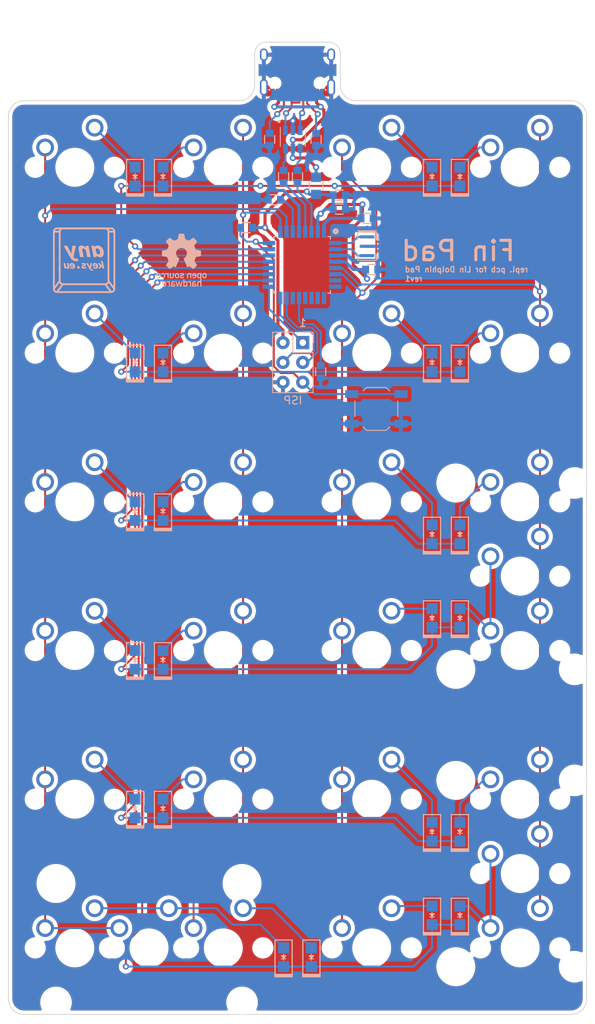
<source format=kicad_pcb>
(kicad_pcb (version 20211014) (generator pcbnew)
  (layers (0 "F.Cu" signal) (31 "B.Cu" signal) (34 "B.Paste" user) (35 "F.Paste" user) (36 "B.SilkS" user "B.Silkscreen") (37 "F.SilkS" user "F.Silkscreen") (38 "B.Mask" user) (39 "F.Mask" user) (44 "Edge.Cuts" user))
  (net 0 "")
  (net 1 "VCC")
  (net 2 "GND")
  (net 3 "/Matrix/ROW0")
  (net 4 "Net-(D1-Pad2)")
  (net 5 "Net-(D2-Pad2)")
  (net 6 "Net-(D3-Pad2)")
  (net 7 "Net-(D4-Pad2)")
  (net 8 "Net-(D5-Pad2)")
  (net 9 "Net-(D6-Pad2)")
  (net 10 "Net-(D7-Pad2)")
  (net 11 "Net-(D8-Pad2)")
  (net 12 "Net-(D9-Pad2)")
  (net 13 "Net-(D10-Pad2)")
  (net 14 "Net-(D11-Pad2)")
  (net 15 "Net-(D12-Pad2)")
  (net 16 "Net-(D13-Pad2)")
  (net 17 "Net-(D14-Pad2)")
  (net 18 "Net-(D15-Pad2)")
  (net 19 "Net-(D16-Pad2)")
  (net 20 "Net-(D17-Pad2)")
  (net 21 "/Matrix/ROW1")
  (net 22 "Net-(D18-Pad2)")
  (net 23 "Net-(D19-Pad2)")
  (net 24 "Net-(D20-Pad2)")
  (net 25 "Net-(D21-Pad2)")
  (net 26 "Net-(D22-Pad2)")
  (net 27 "Net-(D23-Pad2)")
  (net 28 "Net-(D24-Pad2)")
  (net 29 "/Matrix/ROW5")
  (net 30 "/Matrix/COL2")
  (net 31 "/Matrix/COL3")
  (net 32 "Net-(R2-Pad1)")
  (net 37 "/Matrix/ROW2")
  (net 39 "/Matrix/ROW3")
  (net 40 "/Matrix/ROW4")
  (net 41 "VBUS")
  (net 43 "Net-(J1-Pad4)")
  (net 45 "Net-(J1-Pad10)")
  (net 46 "/Matrix/COL0")
  (net 47 "/Matrix/COL1")
  (net 48 "RST")
  (net 49 "USB_D+")
  (net 50 "Net-(R3-Pad2)")
  (net 51 "USB_D-")
  (net 52 "Net-(R4-Pad2)")
  (net 55 "XTAL2")
  (net 56 "XTAL1")
  (net 57 "/PD+")
  (net 58 "/PD-")
  (net 59 "MISO")
  (net 60 "MOSI")
  (net 61 "SCK")
  (net 62 "Net-(C5-Pad1)")
  (footprint "Keeb_switches:CHERRY_PLATE_100H" (layer "F.Cu") (at 66.675 9.525)
    (fp_text reference "K4" hide)
    (fp_text value "KEYSW" hide)
  )
  (footprint "Keeb_switches:CHERRY_PLATE_100H" (layer "F.Cu") (at 9.525 52.3875)
    (fp_text reference "K9" hide)
    (fp_text value "KEYSW" hide)
  )
  (footprint "Keeb_switches:CHERRY_PLATE_100H" (layer "F.Cu") (at 47.625 71.4375)
    (fp_text reference "K15" hide)
    (fp_text value "KEYSW" hide)
  )
  (footprint "Keeb_switches:CHERRY_PLATE_100H" (layer "F.Cu") (at 28.575 90.4875)
    (fp_text reference "K18" hide)
    (fp_text value "KEYSW" hide)
  )
  (footprint "Keeb_switches:CHERRY_PCB_200H_F" (layer "F.Cu") (at 19.05 109.5375)
    (fp_text reference "K21-1" hide)
    (fp_text value "KEYSW" hide)
  )
  (footprint "Keeb_switches:CHERRY_PCB_200H_V" (layer "F.Cu") (at 66.675 100.0125)
    (fp_text reference "K24-1" hide)
    (fp_text value "KEYSW" hide)
  )
  (footprint "Keeb_switches:CHERRY_PLATE_100H" (layer "F.Cu") (at 47.625 90.4875)
    (fp_text reference "K19" hide)
    (fp_text value "KEYSW" hide)
  )
  (footprint "Keeb_switches:CHERRY_PLATE_100H" (layer "F.Cu") (at 28.575 9.525)
    (fp_text reference "K2" hide)
    (fp_text value "KEYSW" hide)
  )
  (footprint "Keeb_switches:CHERRY_PLATE_100H" (layer "F.Cu") (at 66.675 33.3375)
    (fp_text reference "K8" hide)
    (fp_text value "KEYSW" hide)
  )
  (footprint "Keeb_switches:CHERRY_PLATE_100H" (layer "F.Cu") (at 66.675 90.4875)
    (fp_text reference "K20" hide)
    (fp_text value "KEYSW" hide)
  )
  (footprint "Keeb_components:CONN_HRO-TYPE-C-31-M-12" (layer "F.Cu") (at 38.1 -7.5)
    (fp_text reference "J1")
    (fp_text value "HRO-TYPE-C-31-M-12" hide)
  )
  (footprint "Keeb_switches:CHERRY_PLATE_100H" (layer "F.Cu") (at 47.625 109.5375)
    (fp_text reference "K23" hide)
    (fp_text value "KEYSW" hide)
  )
  (footprint "Keeb_switches:CHERRY_PLATE_100H" (layer "F.Cu") (at 9.525 109.5375)
    (fp_text reference "K21" hide)
    (fp_text value "KEYSW" hide)
  )
  (footprint "Keeb_switches:CHERRY_PLATE_100H" (layer "F.Cu") (at 28.575 71.4375)
    (fp_text reference "K14" hide)
    (fp_text value "KEYSW" hide)
  )
  (footprint "Keeb_switches:CHERRY_PCB_200H_V" (layer "F.Cu") (at 66.675 61.9125)
    (fp_text reference "K16-1" hide)
    (fp_text value "KEYSW" hide)
  )
  (footprint "Keeb_switches:CHERRY_PLATE_100H" (layer "F.Cu") (at 66.675 109.5375)
    (fp_text reference "K24" hide)
    (fp_text value "KEYSW" hide)
  )
  (footprint "Keeb_switches:CHERRY_PLATE_100H" (layer "F.Cu") (at 28.575 52.3875)
    (fp_text reference "K10" hide)
    (fp_text value "KEYSW" hide)
  )
  (footprint "Keeb_switches:CHERRY_PLATE_100H" (layer "F.Cu") (at 47.625 33.3375)
    (fp_text reference "K7" hide)
    (fp_text value "KEYSW" hide)
  )
  (footprint "Keeb_switches:CHERRY_PLATE_100H" (layer "F.Cu") (at 9.525 71.4375)
    (fp_text reference "K13" hide)
    (fp_text value "KEYSW" hide)
  )
  (footprint "Keeb_switches:CHERRY_PLATE_100H" (layer "F.Cu") (at 9.525 33.3375)
    (fp_text reference "K5" hide)
    (fp_text value "KEYSW" hide)
  )
  (footprint "Keeb_switches:CHERRY_PLATE_100H" (layer "F.Cu") (at 28.575 109.5375)
    (fp_text reference "K22" hide)
    (fp_text value "KEYSW" hide)
  )
  (footprint "Keeb_switches:CHERRY_PLATE_100H" (layer "F.Cu") (at 47.625 9.525)
    (fp_text reference "K3" hide)
    (fp_text value "KEYSW" hide)
  )
  (footprint "Keeb_switches:CHERRY_PLATE_100H" (layer "F.Cu") (at 66.675 71.4375)
    (fp_text reference "K16" hide)
    (fp_text value "KEYSW" hide)
  )
  (footprint "Keeb_switches:CHERRY_PLATE_100H" (layer "F.Cu") (at 9.525 9.525)
    (fp_text reference "K1" hide)
    (fp_text value "KEYSW" hide)
  )
  (footprint "Keeb_switches:CHERRY_PLATE_100H" (layer "F.Cu") (at 66.675 52.3875)
    (fp_text reference "K12" hide)
    (fp_text value "KEYSW" hide)
  )
  (footprint "Keeb_switches:CHERRY_PLATE_100H" (layer "F.Cu") (at 28.575 33.3375)
    (fp_text reference "K6" hide)
    (fp_text value "KEYSW" hide)
  )
  (footprint "Keeb_switches:CHERRY_PLATE_100H" (layer "F.Cu") (at 9.525 90.4875)
    (fp_text reference "K17" hide)
    (fp_text value "KEYSW" hide)
  )
  (footprint "Keeb_switches:CHERRY_PLATE_100H" (layer "F.Cu") (at 47.625 52.3875)
    (fp_text reference "K11" hide)
    (fp_text value "KEYSW" hide)
  )
  (footprint "Keeb_components:R_0603" (layer "B.Cu") (at 40.481284 5.95313 -90)
    (fp_text reference "R5" hide)
    (fp_text value "5.1k" hide)
  )
  (footprint "Keeb_components:D_0805" (layer "B.Cu") (at 20.835955 91.678202 90)
    (fp_text reference "D18")
    (fp_text value "4148" hide)
  )
  (footprint "Keeb_components:R_0603" (layer "B.Cu") (at 31.551589 17.264077 180)
    (fp_text reference "R1" hide)
    (fp_text value "10k" hide)
  )
  (footprint "Keeb_components:PACKAGE_SOT-23-6" (layer "B.Cu") (at 37.504719 5.95313 90)
    (fp_text reference "U2" hide)
    (fp_text value "USBLC6-2SC6")
  )
  (footprint "Keeb_components:D_0805" (layer "B.Cu") (at 55.364109 56.554735 90)
    (fp_text reference "D11")
    (fp_text value "4148" hide)
  )
  (footprint "Keeb_components:D_0805" (layer "B.Cu") (at 36.314093 110.728218 90)
    (fp_text reference "D21")
    (fp_text value "4148" hide)
  )
  (footprint "Keeb_components:R_0603" (layer "B.Cu") (at 38.100032 10.715634 -90)
    (fp_text reference "R4" hide)
    (fp_text value "22" hide)
  )
  (footprint "Keeb_components:D_0805" (layer "B.Cu") (at 58.935987 105.370401 90)
    (fp_text reference "D24")
    (fp_text value "4148" hide)
  )
  (footprint "Keeb_components:GRAPHIC_logo" (layer "B.Cu") (at 10.715634 21.431268 180)
    (fp_text reference "G***" hide)
    (fp_text value "LOGO" hide)
  )
  (footprint "Keeb_components:R_0603" (layer "B.Cu") (at 41.076597 35.71878 -90)
    (fp_text reference "R2" hide)
    (fp_text value "10k" hide)
  )
  (footprint "Keeb_components:D_0805" (layer "B.Cu") (at 55.364109 67.270369 90)
    (fp_text reference "D15")
    (fp_text value "4148" hide)
  )
  (footprint "Keeb_components:R_0805" (layer "B.Cu") (at 40.481284 11.90626 -90)
    (fp_text reference "F1" hide)
    (fp_text value "1A" hide)
  )
  (footprint "Keeb_components:D_0805" (layer "B.Cu") (at 17.264077 10.715634 90)
    (fp_text reference "D1")
    (fp_text value "4148" hide)
  )
  (footprint "Keeb_components:D_0805" (layer "B.Cu") (at 20.835955 34.528154 90)
    (fp_text reference "D6")
    (fp_text value "4148" hide)
  )
  (footprint "Keeb_components:D_0805" (layer "B.Cu") (at 55.364109 94.654767 90)
    (fp_text reference "D19")
    (fp_text value "4148" hide)
  )
  (footprint "Keeb_components:D_0805" (layer "B.Cu") (at 17.264077 53.57817 90)
    (fp_text reference "D9")
    (fp_text value "4148" hide)
  )
  (footprint "Keeb_components:D_0805" (layer "B.Cu") (at 55.364109 105.370401 90)
    (fp_text reference "D23")
    (fp_text value "4148" hide)
  )
  (footprint "Keeb_components:D_0805" (layer "B.Cu") (at 39.885971 110.728218 90)
    (fp_text reference "D22")
    (fp_text value "4148" hide)
  )
  (footprint "Keeb_components:D_0805" (layer "B.Cu") (at 58.935987 94.654767 90)
    (fp_text reference "D20")
    (fp_text value "4148" hide)
  )
  (footprint "Keeb_components:D_0805" (layer "B.Cu") (at 20.835955 72.628186 90)
    (fp_text reference "D14")
    (fp_text value "4148" hide)
  )
  (footprint "Keeb_components:D_0805" (layer "B.Cu") (at 17.264077 72.628186 90)
    (fp_text reference "D13")
    (fp_text value "4148" hide)
  )
  (footprint "Keeb_components:CONN_isp_standard" (layer "B.Cu") (at 37.504719 34.528154 180)
    (fp_text reference "J2" hide)
    (fp_text value "ISP")
  )
  (footprint "Keeb_components:C_0603" (layer "B.Cu") (at 43.457849 13.096886)
    (fp_text reference "C4" hide)
    (fp_text value "4.7u" hide)
  )
  (footprint "Keeb_components:R_0603" (layer "B.Cu") (at 34.528154 5.95313 -90)
    (fp_text reference "R6" hide)
    (fp_text value "5.1k" hide)
  )
  (footprint "Keeb_components:D_0805" (layer "B.Cu") (at 17.264077 91.678202 90)
    (fp_text reference "D17")
    (fp_text value "4148" hide)
  )
  (footprint "Keeb_components:C_0603" (layer "B.Cu") (at 35.123467 13.692199 180)
    (fp_text reference "C5" hide)
    (fp_text value "1u" hide)
  )
  (footprint "Keeb_components:D_0805" (layer "B.Cu") (at 17.264077 34.528154 90)
    (fp_text reference "D5")
    (fp_text value "4148" hide)
  )
  (footprint "Keeb_components:D_0805" (layer "B.Cu") (at 55.364109 34.528154 90)
    (fp_text reference "D7")
    (fp_text value "4148" hide)
  )
  (footprint "Keeb_components:GRAPHIC_oshw" (layer "B.Cu") (at 23.217207 21.431268 180)
    (fp_text reference "G***" hide)
    (fp_text value "LOGO" hide)
  )
  (footprint "Keeb_components:C_0603" (layer "B.Cu") (at 47.029727 16.073451)
    (fp_text reference "C2" hide)
    (fp_text value "0.1u" hide)
  )
  (footprint "Keeb_components:D_0805" (layer "B.Cu") (at 20.835955 53.57817 90)
    (fp_text reference "D10")
    (fp_text value "4148" hide)
  )
  (footprint "Keeb_components:R_0603" (layer "B.Cu") (at 36.314093 10.715634 -90)
    (fp_text reference "R3" hide)
    (fp_text value "22" hide)
  )
  (footprint "Keeb_components:D_0805" (layer "B.Cu") (at 58.935987 67.270369 90)
    (fp_text reference "D16")
    (fp_text value "4148" hide)
  )
  (footprint "Keeb_components:C_0603" (layer "B.Cu") (at 43.457849 14.882825)
    (fp_text reference "C3" hide)
    (fp_text value "0.1u" hide)
  )
  (footprint "Keeb_components:MCU_ATMEGA32U2-AU" (layer "B.Cu") (at 38.695345 22.026581 180)
    (fp_text reference "U1" hide)
    (fp_text value "ATMEGA32U2")
  )
  (footprint "Keeb_components:D_0805" (layer "B.Cu") (at 58.935987 34.528154 90)
    (fp_text reference "D8")
    (fp_text value "4148" hide)
  )
  (footprint "Keeb_components:SWITCH_SPST_TL3342" (layer "B.Cu") (at 48.220353 40.481284)
    (fp_text reference "SW1")
    (fp_text value "SW_PUSH")
  )
  (footprint "Keeb_components:D_0805" (layer "B.Cu") (at 58.935987 56.554735 90)
    (fp_text reference "D12")
    (fp_text value "4148" hide)
  )
  (footprint "Keeb_components:D_0805" (layer "B.Cu") (at 58.935987 10.715634 90)
    (fp_text reference "D4")
    (fp_text value "4148" hide)
  )
  (footprint "Keeb_components:D_0805" (layer "B.Cu") (at 20.835955 10.715634 90)
    (fp_text reference "D2")
    (fp_text value "4148" hide)
  )
  (footprint "Keeb_components:C_0603" (layer "B.Cu") (at 47.62504 22.621894)
    (fp_text reference "C1" hide)
    (fp_text value "0.1u" hide)
  )
  (footprint "Keeb_components:XTAL_SMD_Murata_CSTxExxV-3Pin_3.0x1.1mm" (layer "B.Cu") (at 47.029727 19.645329 -90)
    (fp_text reference "X1" hide)
    (fp_text value "16MHz" hide)
  )
  (footprint "Keeb_components:D_0805" (layer "B.Cu") (at 55.364109 10.715634 90)
    (fp_text reference "D3")
    (fp_text value "4148" hide)
  )
  (gr_line (start 45.600001 0.999999) (end 73.199999 1.000001) (layer "Edge.Cuts") (width 0.1))
  (gr_arc (start 42.1 -6.5) (mid 43.16066 -6.06066) (end 43.6 -5) (layer "Edge.Cuts") (width 0.1))
  (gr_line (start 1.000001 116.062499) (end 1 3) (layer "Edge.Cuts") (width 0.1))
  (gr_arc (start 1 3) (mid 1.585786 1.585786) (end 3 1) (layer "Edge.Cuts") (width 0.1))
  (gr_arc (start 32.6 -5) (mid 33.03934 -6.06066) (end 34.1 -6.5) (layer "Edge.Cuts") (width 0.1))
  (gr_line (start 73.199999 118.062499) (end 3.000001 118.062499) (layer "Edge.Cuts") (width 0.1))
  (gr_arc (start 32.599999 -1.000001) (mid 32.014213 0.414213) (end 30.599999 0.999999) (layer "Edge.Cuts") (width 0.1))
  (gr_line (start 43.6 -5) (end 43.600001 -1.000001) (layer "Edge.Cuts") (width 0.1))
  (gr_line (start 34.1 -6.5) (end 42.1 -6.5) (layer "Edge.Cuts") (width 0.1))
  (gr_arc (start 75.199999 116.062499) (mid 74.614213 117.476713) (end 73.199999 118.062499) (layer "Edge.Cuts") (width 0.1))
  (gr_line (start 3 1) (end 30.599999 0.999999) (layer "Edge.Cuts") (width 0.1))
  (gr_line (start 32.6 -5) (end 32.599999 -1.000001) (layer "Edge.Cuts") (width 0.1))
  (gr_line (start 75.199999 3.000001) (end 75.199999 116.062499) (layer "Edge.Cuts") (width 0.1))
  (gr_arc (start 73.199999 1.000001) (mid 74.614213 1.585787) (end 75.199999 3.000001) (layer "Edge.Cuts") (width 0.1))
  (gr_arc (start 45.600001 0.999999) (mid 44.185787 0.414213) (end 43.600001 -1.000001) (layer "Edge.Cuts") (width 0.1))
  (gr_arc (start 3.000001 118.062499) (mid 1.585787 117.476713) (end 1.000001 116.062499) (layer "Edge.Cuts") (width 0.1))
  (gr_text "Fin Pad" (at 51.19691 20.240642) (layer "B.SilkS") (effects (font (size 2.5 2.5) (thickness 0.4)) (justify right mirror)))
  (gr_text "repl. pcb for Lin Dolphin Pad" (at 51.792231 22.621894) (layer "B.SilkS") (effects (font (size 0.7 0.7)) (justify right mirror)))
  (gr_text "rev1" (at 51.792223 23.81252) (layer "B.SilkS") (effects (font (size 0.7 0.7)) (justify right mirror)))
  (segment (start 35.584728 18.915964) (end 33.932841 17.264077) (width 0.4) (layer "F.Cu") (net 1))
  (segment (start 45.243788 22.026581) (end 47.029727 23.81252) (width 0.4) (layer "F.Cu") (net 1))
  (segment (start 35.584728 29.76565) (end 35.584728 26.193772) (width 0.4) (layer "F.Cu") (net 1))
  (segment (start 36.234719 31.988154) (end 36.234719 30.415641) (width 0.4) (layer "F.Cu") (net 1))
  (segment (start 46.434414 14.287512) (end 42.267223 14.287512) (width 0.4) (layer "F.Cu") (net 1))
  (segment (start 33.932841 15.478138) (end 33.932841 17.264077) (width 0.4) (layer "F.Cu") (net 1))
  (segment (start 42.267223 14.287512) (end 41.076597 15.478138) (width 0.4) (layer "F.Cu") (net 1))
  (segment (start 36.234719 30.415641) (end 35.584728 29.76565) (width 0.4) (layer "F.Cu") (net 1))
  (segment (start 35.584728 26.193772) (end 35.584728 18.915964) (width 0.4) (layer "F.Cu") (net 1))
  (segment (start 46.434414 16.073451) (end 45.243788 17.264077) (width 0.4) (layer "F.Cu") (net 1))
  (segment (start 45.243788 17.264077) (end 45.243788 22.026581) (width 0.4) (layer "F.Cu") (net 1))
  (segment (start 46.434414 14.287512) (end 46.434414 16.073451) (width 0.4) (layer "F.Cu") (net 1))
  (segment (start 36.780219 12.63076) (end 33.932841 15.478138) (width 0.4) (layer "F.Cu") (net 1))
  (segment (start 36.780219 12.63076) (end 39.290658 12.63076) (width 0.4) (layer "F.Cu") (net 1))
  (via (at 39.290658 12.63076) (size 0.8) (drill 0.4) (layers "F.Cu" "B.Cu") (net 1))
  (via (at 47.029727 23.81252) (size 0.8) (drill 0.4) (layers "F.Cu" "B.Cu") (net 1))
  (via (at 33.932841 17.264077) (size 0.8) (drill 0.4) (layers "F.Cu" "B.Cu") (net 1))
  (via (at 46.434414 14.287512) (size 0.8) (drill 0.4) (layers "F.Cu" "B.Cu") (net 1))
  (via (at 41.076597 15.478138) (size 0.8) (drill 0.4) (layers "F.Cu" "B.Cu") (net 1))
  (segment (start 42.670349 13.096886) (end 42.670349 14.882825) (width 0.4) (layer "B.Cu") (net 1))
  (segment (start 41.076597 15.478138) (end 40.695345 15.85939) (width 0.4) (layer "B.Cu") (net 1))
  (segment (start 46.242227 14.479699) (end 46.434414 14.287512) (width 0.4) (layer "B.Cu") (net 1))
  (segment (start 33.932841 17.264077) (end 32.339089 17.264077) (width 0.4) (layer "B.Cu") (net 1))
  (segment (start 40.481284 13.00626) (end 41.762536 13.00626) (width 0.4) (layer "B.Cu") (net 1))
  (segment (start 40.695345 15.85939) (end 40.695345 17.776581) (width 0.4) (layer "B.Cu") (net 1))
  (segment (start 41.853162 13.096886) (end 41.762536 13.00626) (width 0.4) (layer "B.Cu") (net 1))
  (segment (start 41.495345 16.845329) (end 42.267223 16.073451) (width 0.4) (layer "B.Cu") (net 1))
  (segment (start 42.945345 21.626581) (end 44.248475 21.626581) (width 0.4) (layer "B.Cu") (net 1))
  (segment (start 42.670349 13.096886) (end 41.853162 13.096886) (width 0.4) (layer "B.Cu") (net 1))
  (segment (start 45.243788 22.621894) (end 46.83754 22.621894) (width 0.4) (layer "B.Cu") (net 1))
  (segment (start 41.67191 14.882825) (end 41.076597 15.478138) (width 0.4) (layer "B.Cu") (net 1))
  (segment (start 44.248475 21.626581) (end 45.243788 22.621894) (width 0.4) (layer "B.Cu") (net 1))
  (segment (start 42.670349 14.882825) (end 41.67191 14.882825) (width 0.4) (layer "B.Cu") (net 1))
  (segment (start 46.83754 22.621894) (end 46.83754 23.620333) (width 0.4) (layer "B.Cu") (net 1))
  (segment (start 40.481284 13.00626) (end 39.666158 13.00626) (width 0.4) (layer "B.Cu") (net 1))
  (segment (start 46.242227 16.073451) (end 46.242227 14.479699) (width 0.4) (layer "B.Cu") (net 1))
  (segment (start 46.242227 16.073451) (end 42.267223 16.073451) (width 0.4) (layer "B.Cu") (net 1))
  (segment (start 41.495345 17.776581) (end 41.495345 16.845329) (width 0.4) (layer "B.Cu") (net 1))
  (segment (start 46.83754 23.620333) (end 47.029727 23.81252) (width 0.4) (layer "B.Cu") (net 1))
  (segment (start 39.666158 13.00626) (end 39.290658 12.63076) (width 0.4) (layer "B.Cu") (net 1))
  (segment (start 34.875 0.195) (end 34.695 0.195) (width 0.4) (layer "F.Cu") (net 2))
  (segment (start 34.695 0.195) (end 33.78 -0.72) (width 0.4) (layer "F.Cu") (net 2))
  (segment (start 41.325 0.195) (end 41.505 0.195) (width 0.4) (layer "F.Cu") (net 2))
  (segment (start 41.505 0.195) (end 42.42 -0.72) (width 0.4) (layer "F.Cu") (net 2))
  (via (at 37.504719 3.571878) (size 0.8) (drill 0.4) (layers "F.Cu" "B.Cu") (net 2))
  (segment (start 34.335967 12.69376) (end 34.335967 13.692199) (width 0.4) (layer "B.Cu") (net 2))
  (segment (start 48.220353 21.431268) (end 48.41254 21.623455) (width 0.4) (layer "B.Cu") (net 2))
  (segment (start 45.110889 21.44484) (end 48.206781 21.44484) (width 0.4) (layer "B.Cu") (net 2))
  (segment (start 38.295345 14.482825) (end 36.314093 12.501573) (width 0.4) (layer "B.Cu") (net 2))
  (segment (start 44.49263 20.826581) (end 45.110889 21.44484) (width 0.4) (layer "B.Cu") (net 2))
  (segment (start 38.295345 17.776581) (end 38.295345 14.482825) (width 0.4) (layer "B.Cu") (net 2))
  (segment (start 48.206781 21.44484) (end 48.220353 21.431268) (width 0.4) (layer "B.Cu") (net 2))
  (segment (start 48.41254 21.623455) (end 48.41254 22.621894) (width 0.4) (layer "B.Cu") (net 2))
  (segment (start 36.314093 12.501573) (end 34.528154 12.501573) (width 0.4) (layer "B.Cu") (net 2))
  (segment (start 42.945345 20.826581) (end 44.49263 20.826581) (width 0.4) (layer "B.Cu") (net 2))
  (segment (start 37.504719 4.80313) (end 37.504719 3.571878) (width 0.4) (layer "B.Cu") (net 2))
  (segment (start 34.528154 12.501573) (end 34.335967 12.69376) (width 0.4) (layer "B.Cu") (net 2))
  (segment (start 17.264077 19.645329) (end 15.478138 17.85939) (width 0.25) (layer "F.Cu") (net 3))
  (segment (start 42.862536 11.90626) (end 33.337528 11.90626) (width 0.25) (layer "F.Cu") (net 3))
  (segment (start 15.478138 17.85939) (end 15.478138 11.90626) (width 0.25) (layer "F.Cu") (net 3))
  (via (at 15.478138 11.90626) (size 0.8) (drill 0.4) (layers "F.Cu" "B.Cu") (net 3))
  (via (at 42.862536 11.90626) (size 0.8) (drill 0.4) (layers "F.Cu" "B.Cu") (net 3))
  (via (at 33.337528 11.90626) (size 0.8) (drill 0.4) (layers "F.Cu" "B.Cu") (net 3))
  (via (at 17.264077 19.645329) (size 0.8) (drill 0.4) (layers "F.Cu" "B.Cu") (net 3))
  (segment (start 55.364109 11.915634) (end 42.87191 11.915634) (width 0.25) (layer "B.Cu") (net 3))
  (segment (start 58.935987 11.915634) (end 55.364109 11.915634) (width 0.25) (layer "B.Cu") (net 3))
  (segment (start 34.445345 20.026581) (end 17.645329 20.026581) (width 0.25) (layer "B.Cu") (net 3))
  (segment (start 33.337528 11.90626) (end 33.328154 11.915634) (width 0.25) (layer "B.Cu") (net 3))
  (segment (start 15.487512 11.915634) (end 15.478138 11.90626) (width 0.25) (layer "B.Cu") (net 3))
  (segment (start 20.835955 11.915634) (end 17.264077 11.915634) (width 0.25) (layer "B.Cu") (net 3))
  (segment (start 42.87191 11.915634) (end 42.862536 11.90626) (width 0.25) (layer "B.Cu") (net 3))
  (segment (start 17.264077 11.915634) (end 15.487512 11.915634) (width 0.25) (layer "B.Cu") (net 3))
  (segment (start 17.645329 20.026581) (end 17.264077 19.645329) (width 0.25) (layer "B.Cu") (net 3))
  (segment (start 33.328154 11.915634) (end 20.835955 11.915634) (width 0.25) (layer "B.Cu") (net 3))
  (segment (start 17.135634 9.515634) (end 12.065 4.445) (width 0.25) (layer "B.Cu") (net 4))
  (segment (start 17.264077 9.515634) (end 17.135634 9.515634) (width 0.25) (layer "B.Cu") (net 4))
  (segment (start 23.366589 6.985) (end 24.765 6.985) (width 0.25) (layer "B.Cu") (net 5))
  (segment (start 20.835955 9.515634) (end 23.366589 6.985) (width 0.25) (layer "B.Cu") (net 5))
  (segment (start 55.235634 9.515634) (end 50.165 4.445) (width 0.25) (layer "B.Cu") (net 6))
  (segment (start 55.364109 9.515634) (end 55.235634 9.515634) (width 0.25) (layer "B.Cu") (net 6))
  (segment (start 61.466621 6.985) (end 62.865 6.985) (width 0.25) (layer "B.Cu") (net 7))
  (segment (start 58.935987 9.515634) (end 61.466621 6.985) (width 0.25) (layer "B.Cu") (net 7))
  (segment (start 17.135654 33.328154) (end 12.065 28.2575) (width 0.25) (layer "B.Cu") (net 8))
  (segment (start 17.264077 33.328154) (end 17.135654 33.328154) (width 0.25) (layer "B.Cu") (net 8))
  (segment (start 20.835955 33.328154) (end 23.366609 30.7975) (width 0.25) (layer "B.Cu") (net 9))
  (segment (start 23.366609 30.7975) (end 24.765 30.7975) (width 0.25) (layer "B.Cu") (net 9))
  (segment (start 55.235654 33.328154) (end 50.165 28.2575) (width 0.25) (layer "B.Cu") (net 10))
  (segment (start 55.364109 33.328154) (end 55.235654 33.328154) (width 0.25) (layer "B.Cu") (net 10))
  (segment (start 58.935987 33.328154) (end 61.466641 30.7975) (width 0.25) (layer "B.Cu") (net 11))
  (segment (start 61.466641 30.7975) (end 62.865 30.7975) (width 0.25) (layer "B.Cu") (net 11))
  (segment (start 17.13567 52.37817) (end 12.065 47.3075) (width 0.25) (layer "B.Cu") (net 12))
  (segment (start 17.264077 52.37817) (end 17.13567 52.37817) (width 0.25) (layer "B.Cu") (net 12))
  (segment (start 20.835955 52.37817) (end 23.366625 49.8475) (width 0.25) (layer "B.Cu") (net 13))
  (segment (start 23.366625 49.8475) (end 24.765 49.8475) (width 0.25) (layer "B.Cu") (net 13))
  (segment (start 55.364109 55.354735) (end 55.364109 52.506609) (width 0.25) (layer "B.Cu") (net 14))
  (segment (start 55.364109 52.506609) (end 50.165 47.3075) (width 0.25) (layer "B.Cu") (net 14))
  (segment (start 58.935987 52.982857) (end 58.935987 55.354735) (width 0.25) (layer "B.Cu") (net 15))
  (segment (start 62.071344 49.8475) (end 58.935987 52.982857) (width 0.25) (layer "B.Cu") (net 15))
  (segment (start 62.865 49.8475) (end 62.071344 49.8475) (width 0.25) (layer "B.Cu") (net 15))
  (segment (start 17.264077 71.428186) (end 17.135686 71.428186) (width 0.25) (layer "B.Cu") (net 16))
  (segment (start 17.135686 71.428186) (end 12.065 66.3575) (width 0.25) (layer "B.Cu") (net 16))
  (segment (start 23.366641 68.8975) (end 24.765 68.8975) (width 0.25) (layer "B.Cu") (net 17))
  (segment (start 20.835955 71.428186) (end 23.366641 68.8975) (width 0.25) (layer "B.Cu") (net 17))
  (segment (start 55.364109 66.070369) (end 50.452131 66.070369) (width 0.25) (layer "B.Cu") (net 18))
  (segment (start 50.452131 66.070369) (end 50.165 66.3575) (width 0.25) (layer "B.Cu") (net 18))
  (segment (start 60.037869 66.070369) (end 62.865 68.8975) (width 0.25) (layer "B.Cu") (net 19))
  (segment (start 62.865 59.3725) (end 62.865 68.8975) (width 0.25) (layer "B.Cu") (net 19))
  (segment (start 58.935987 66.070369) (end 60.037869 66.070369) (width 0.25) (layer "B.Cu") (net 19))
  (segment (start 17.264077 90.478202) (end 17.135702 90.478202) (width 0.25) (layer "B.Cu") (net 20))
  (segment (start 17.135702 90.478202) (end 12.065 85.4075) (width 0.25) (layer "B.Cu") (net 20))
  (segment (start 16.371107 22.324237) (end 16.371107 34.825811) (width 0.25) (layer "F.Cu") (net 21))
  (segment (start 17.264077 21.431268) (end 16.371107 22.324237) (width 0.25) (layer "F.Cu") (net 21))
  (segment (start 16.371107 34.825811) (end 15.478138 35.71878) (width 0.25) (layer "F.Cu") (net 21))
  (via (at 17.264077 21.431268) (size 0.8) (drill 0.4) (layers "F.Cu" "B.Cu") (net 21))
  (via (at 15.478138 35.71878) (size 0.8) (drill 0.4) (layers "F.Cu" "B.Cu") (net 21))
  (segment (start 34.445345 20.826581) (end 17.868764 20.826581) (width 0.25) (layer "B.Cu") (net 21))
  (segment (start 15.478138 35.71878) (end 17.254703 35.71878) (width 0.25) (layer "B.Cu") (net 21))
  (segment (start 20.835955 35.728154) (end 55.364109 35.728154) (width 0.25) (layer "B.Cu") (net 21))
  (segment (start 17.264077 35.728154) (end 20.835955 35.728154) (width 0.25) (layer "B.Cu") (net 21))
  (segment (start 17.254703 35.71878) (end 17.264077 35.728154) (width 0.25) (layer "B.Cu") (net 21))
  (segment (start 55.364109 35.728154) (end 58.935987 35.728154) (width 0.25) (layer "B.Cu") (net 21))
  (segment (start 17.868764 20.826581) (end 17.264077 21.431268) (width 0.25) (layer "B.Cu") (net 21))
  (segment (start 20.835955 90.478202) (end 23.366657 87.9475) (width 0.25) (layer "B.Cu") (net 22))
  (segment (start 23.366657 87.9475) (end 24.765 87.9475) (width 0.25) (layer "B.Cu") (net 22))
  (segment (start 55.364109 93.454767) (end 55.364109 90.606609) (width 0.25) (layer "B.Cu") (net 23))
  (segment (start 55.364109 90.606609) (end 50.165 85.4075) (width 0.25) (layer "B.Cu") (net 23))
  (segment (start 58.935987 91.082889) (end 58.935987 93.454767) (width 0.25) (layer "B.Cu") (net 24))
  (segment (start 62.071376 87.9475) (end 58.935987 91.082889) (width 0.25) (layer "B.Cu") (net 24))
  (segment (start 62.865 87.9475) (end 62.071376 87.9475) (width 0.25) (layer "B.Cu") (net 24))
  (segment (start 29.76565 106.561027) (end 27.662123 104.4575) (width 0.25) (layer "B.Cu") (net 25))
  (segment (start 21.59 104.4575) (end 12.065 104.4575) (width 0.25) (layer "B.Cu") (net 25))
  (segment (start 36.314093 109.528218) (end 33.346902 106.561027) (width 0.25) (layer "B.Cu") (net 25))
  (segment (start 27.662123 104.4575) (end 21.59 104.4575) (width 0.25) (layer "B.Cu") (net 25))
  (segment (start 33.346902 106.561027) (end 29.76565 106.561027) (width 0.25) (layer "B.Cu") (net 25))
  (segment (start 31.115 104.4575) (end 34.815253 104.4575) (width 0.25) (layer "B.Cu") (net 26))
  (segment (start 34.815253 104.4575) (end 39.885971 109.528218) (width 0.25) (layer "B.Cu") (net 26))
  (segment (start 55.364109 104.170401) (end 50.452099 104.170401) (width 0.25) (layer "B.Cu") (net 27))
  (segment (start 50.452099 104.170401) (end 50.165 104.4575) (width 0.25) (layer "B.Cu") (net 27))
  (segment (start 60.037901 104.170401) (end 62.865 106.9975) (width 0.25) (layer "B.Cu") (net 28))
  (segment (start 58.935987 104.170401) (end 60.037901 104.170401) (width 0.25) (layer "B.Cu") (net 28))
  (segment (start 62.865 97.4725) (end 62.865 106.9975) (width 0.25) (layer "B.Cu") (net 28))
  (segment (start 18.169187 45.839101) (end 18.169187 106.846543) (width 0.25) (layer "F.Cu") (net 29))
  (segment (start 16.073451 108.942279) (end 16.073451 111.918844) (width 0.25) (layer "F.Cu") (net 29))
  (segment (start 18.169187 26.227401) (end 18.169187 27.384398) (width 0.25) (layer "F.Cu") (net 29))
  (segment (start 18.169187 27.384398) (end 18.169187 45.839101) (width 0.25) (layer "F.Cu") (net 29))
  (segment (start 18.169187 106.846543) (end 16.073451 108.942279) (width 0.25) (layer "F.Cu") (net 29))
  (segment (start 20.116379 24.280209) (end 18.169187 26.227401) (width 0.25) (layer "F.Cu") (net 29))
  (via (at 16.073451 111.918844) (size 0.8) (drill 0.4) (layers "F.Cu" "B.Cu") (net 29))
  (via (at 20.116379 24.280209) (size 0.8) (drill 0.4) (layers "F.Cu" "B.Cu") (net 29))
  (segment (start 20.370007 24.026581) (end 20.116379 24.280209) (width 0.25) (layer "B.Cu") (net 29))
  (segment (start 34.445345 24.026581) (end 20.370007 24.026581) (width 0.25) (layer "B.Cu") (net 29))
  (segment (start 55.364109 106.570401) (end 58.935987 106.570401) (width 0.25) (layer "B.Cu") (net 29))
  (segment (start 52.973483 111.928218) (end 55.364109 109.537592) (width 0.25) (layer "B.Cu") (net 29))
  (segment (start 55.364109 109.537592) (end 55.364109 106.570401) (width 0.25) (layer "B.Cu") (net 29))
  (segment (start 39.885971 111.928218) (end 52.973483 111.928218) (width 0.25) (layer "B.Cu") (net 29))
  (segment (start 36.314093 111.928218) (end 39.885971 111.928218) (width 0.25) (layer "B.Cu") (net 29))
  (segment (start 36.314093 111.928218) (end 16.082825 111.928218) (width 0.25) (layer "B.Cu") (net 29))
  (segment (start 16.082825 111.928218) (end 16.073451 111.918844) (width 0.25) (layer "B.Cu") (net 29))
  (segment (start 43.815 87.9475) (end 43.815 106.9975) (width 0.25) (layer "F.Cu") (net 30))
  (segment (start 43.815 68.8975) (end 43.815 87.9475) (width 0.25) (layer "F.Cu") (net 30))
  (segment (start 48.220353 23.81252) (end 46.434414 25.598459) (width 0.25) (layer "F.Cu") (net 30))
  (segment (start 43.815 6.985) (end 43.815 9.882159) (width 0.25) (layer "F.Cu") (net 30))
  (segment (start 43.815 49.8475) (end 43.815 68.8975) (width 0.25) (layer "F.Cu") (net 30))
  (segment (start 46.434414 25.598459) (end 43.815 28.217873) (width 0.25) (layer "F.Cu") (net 30))
  (segment (start 43.815 30.7975) (end 43.815 49.8475) (width 0.25) (layer "F.Cu") (net 30))
  (segment (start 43.815 9.882159) (end 48.220353 14.287512) (width 0.25) (layer "F.Cu") (net 30))
  (segment (start 43.815 28.217873) (end 43.815 30.7975) (width 0.25) (layer "F.Cu") (net 30))
  (segment (start 48.220353 14.287512) (end 48.220353 23.81252) (width 0.25) (layer "F.Cu") (net 30))
  (via (at 46.434414 25.598459) (size 0.8) (drill 0.4) (layers "F.Cu" "B.Cu") (net 30))
  (segment (start 43.869367 23.226581) (end 45.629337 24.986551) (width 0.25) (layer "B.Cu") (net 30))
  (segment (start 45.629337 24.986551) (end 45.822506 24.986551) (width 0.25) (layer "B.Cu") (net 30))
  (segment (start 45.822506 24.986551) (end 46.434414 25.598459) (width 0.25) (layer "B.Cu") (net 30))
  (segment (start 42.945345 23.226581) (end 43.869367 23.226581) (width 0.25) (layer "B.Cu") (net 30))
  (segment (start 69.215 66.3575) (end 69.215 85.4075) (width 0.25) (layer "F.Cu") (net 31))
  (segment (start 69.215 28.2575) (end 69.215 47.3075) (width 0.25) (layer "F.Cu") (net 31))
  (segment (start 69.215 94.9325) (end 69.215 104.4575) (width 0.25) (layer "F.Cu") (net 31))
  (segment (start 69.215 85.4075) (end 69.215 94.9325) (width 0.25) (layer "F.Cu") (net 31))
  (segment (start 69.215 4.445) (end 69.215 25.439767) (width 0.25) (layer "F.Cu") (net 31))
  (segment (start 69.215 25.439767) (end 69.215 28.2575) (width 0.25) (layer "F.Cu") (net 31))
  (segment (start 69.215 56.8325) (end 69.215 66.3575) (width 0.25) (layer "F.Cu") (net 31))
  (segment (start 69.215 47.3075) (end 69.215 56.8325) (width 0.25) (layer "F.Cu") (net 31))
  (via (at 69.215 25.439767) (size 0.8) (drill 0.4) (layers "F.Cu" "B.Cu") (net 31))
  (segment (start 43.857849 22.426581) (end 45.968299 24.537031) (width 0.25) (layer "B.Cu") (net 31))
  (segment (start 68.312264 24.537031) (end 69.215 25.439767) (width 0.25) (layer "B.Cu") (net 31))
  (segment (start 45.968299 24.537031) (end 68.312264 24.537031) (width 0.25) (layer "B.Cu") (net 31))
  (segment (start 42.945345 22.426581) (end 43.857849 22.426581) (width 0.25) (layer "B.Cu") (net 31))
  (segment (start 40.099974 29.620316) (end 38.695345 29.620316) (width 0.25) (layer "B.Cu") (net 32))
  (segment (start 41.076597 34.93128) (end 41.082667 34.92521) (width 0.25) (layer "B.Cu") (net 32))
  (segment (start 38.295345 29.220316) (end 38.295345 26.276581) (width 0.25) (layer "B.Cu") (net 32))
  (segment (start 41.082667 34.92521) (end 41.082667 30.603009) (width 0.25) (layer "B.Cu") (net 32))
  (segment (start 38.695345 29.620316) (end 38.295345 29.220316) (width 0.25) (layer "B.Cu") (net 32))
  (segment (start 41.082667 30.603009) (end 40.099974 29.620316) (width 0.25) (layer "B.Cu") (net 32))
  (segment (start 16.820627 53.426307) (end 15.478138 54.768796) (width 0.25) (layer "F.Cu") (net 37))
  (segment (start 17.988577 22.138023) (end 16.820627 23.305973) (width 0.25) (layer "F.Cu") (net 37))
  (segment (start 16.820627 23.305973) (end 16.820627 53.426307) (width 0.25) (layer "F.Cu") (net 37))
  (via (at 17.988577 22.138023) (size 0.8) (drill 0.4) (layers "F.Cu" "B.Cu") (net 37))
  (via (at 15.478138 54.768796) (size 0.8) (drill 0.4) (layers "F.Cu" "B.Cu") (net 37))
  (segment (start 18.500019 21.626581) (end 17.988577 22.138023) (width 0.25) (layer "B.Cu") (net 37))
  (segment (start 20.835955 54.77817) (end 50.610979 54.77817) (width 0.25) (layer "B.Cu") (net 37))
  (segment (start 34.445345 21.626581) (end 20.435955 21.626581) (width 0.25) (layer "B.Cu") (net 37))
  (segment (start 15.478138 54.768796) (end 17.254703 54.768796) (width 0.25) (layer "B.Cu") (net 37))
  (segment (start 50.610979 54.77817) (end 53.587544 57.754735) (width 0.25) (layer "B.Cu") (net 37))
  (segment (start 17.264077 54.77817) (end 20.835955 54.77817) (width 0.25) (layer "B.Cu") (net 37))
  (segment (start 55.364109 57.754735) (end 58.935987 57.754735) (width 0.25) (layer "B.Cu") (net 37))
  (segment (start 20.435955 21.626581) (end 18.500019 21.626581) (width 0.25) (layer "B.Cu") (net 37))
  (segment (start 53.587544 57.754735) (end 55.364109 57.754735) (width 0.25) (layer "B.Cu") (net 37))
  (segment (start 17.254703 54.768796) (end 17.264077 54.77817) (width 0.25) (layer "B.Cu") (net 37))
  (segment (start 17.270147 72.026803) (end 15.478138 73.818812) (width 0.25) (layer "F.Cu") (net 39))
  (segment (start 17.270147 24.299841) (end 17.270147 72.026803) (width 0.25) (layer "F.Cu") (net 39))
  (segment (start 18.713077 22.856911) (end 17.270147 24.299841) (width 0.25) (layer "F.Cu") (net 39))
  (via (at 15.478138 73.818812) (size 0.8) (drill 0.4) (layers "F.Cu" "B.Cu") (net 39))
  (via (at 18.713077 22.856911) (size 0.8) (drill 0.4) (layers "F.Cu" "B.Cu") (net 39))
  (segment (start 15.478138 73.818812) (end 17.254703 73.818812) (width 0.25) (layer "B.Cu") (net 39))
  (segment (start 52.37817 73.828186) (end 55.364109 70.842247) (width 0.25) (layer "B.Cu") (net 39))
  (segment (start 55.364109 70.842247) (end 55.364109 68.470369) (width 0.25) (layer "B.Cu") (net 39))
  (segment (start 17.254703 73.818812) (end 17.264077 73.828186) (width 0.25) (layer "B.Cu") (net 39))
  (segment (start 20.835955 73.828186) (end 52.37817 73.828186) (width 0.25) (layer "B.Cu") (net 39))
  (segment (start 21.831268 22.426581) (end 19.143407 22.426581) (width 0.25) (layer "B.Cu") (net 39))
  (segment (start 34.445345 22.426581) (end 21.831268 22.426581) (width 0.25) (layer "B.Cu") (net 39))
  (segment (start 55.364109 68.470369) (end 58.935987 68.470369) (width 0.25) (layer "B.Cu") (net 39))
  (segment (start 17.264077 73.828186) (end 20.835955 73.828186) (width 0.25) (layer "B.Cu") (net 39))
  (segment (start 19.143407 22.426581) (end 18.713077 22.856911) (width 0.25) (layer "B.Cu") (net 39))
  (segment (start 17.719667 48.815666) (end 17.719667 90.627299) (width 0.25) (layer "F.Cu") (net 40))
  (segment (start 17.719667 25.263464) (end 17.719667 26.193772) (width 0.25) (layer "F.Cu") (net 40))
  (segment (start 17.719667 26.193772) (end 17.719667 48.815666) (width 0.25) (layer "F.Cu") (net 40))
  (segment (start 19.403541 23.57959) (end 17.719667 25.263464) (width 0.25) (layer "F.Cu") (net 40))
  (segment (start 17.719667 90.627299) (end 15.478138 92.868828) (width 0.25) (layer "F.Cu") (net 40))
  (via (at 19.403541 23.57959) (size 0.8) (drill 0.4) (layers "F.Cu" "B.Cu") (net 40))
  (via (at 15.478138 92.868828) (size 0.8) (drill 0.4) (layers "F.Cu" "B.Cu") (net 40))
  (segment (start 34.445345 23.226581) (end 19.75655 23.226581) (width 0.25) (layer "B.Cu") (net 40))
  (segment (start 53.587544 95.854767) (end 55.364109 95.854767) (width 0.25) (layer "B.Cu") (net 40))
  (segment (start 15.478138 92.868828) (end 17.254703 92.868828) (width 0.25) (layer "B.Cu") (net 40))
  (segment (start 19.75655 23.226581) (end 19.403541 23.57959) (width 0.25) (layer "B.Cu") (net 40))
  (segment (start 20.835955 92.878202) (end 50.610979 92.878202) (width 0.25) (layer "B.Cu") (net 40))
  (segment (start 17.254703 92.868828) (end 17.264077 92.878202) (width 0.25) (layer "B.Cu") (net 40))
  (segment (start 50.610979 92.878202) (end 53.587544 95.854767) (width 0.25) (layer "B.Cu") (net 40))
  (segment (start 55.364109 95.854767) (end 58.935987 95.854767) (width 0.25) (layer "B.Cu") (net 40))
  (segment (start 17.264077 92.878202) (end 20.835955 92.878202) (width 0.25) (layer "B.Cu") (net 40))
  (segment (start 35.65 0.195) (end 35.65 1.259406) (width 0.4) (layer "F.Cu") (net 41))
  (segment (start 37.504719 8.334382) (end 39.290658 8.334382) (width 0.4) (layer "F.Cu") (net 41))
  (segment (start 41.493614 2.202956) (end 41.493614 3.154861) (width 0.4) (layer "F.Cu") (net 41))
  (segment (start 41.076597 1.785939) (end 40.55 1.259342) (width 0.4) (layer "F.Cu") (net 41))
  (segment (start 41.493614 3.154861) (end 38.645843 6.002632) (width 0.4) (layer "F.Cu") (net 41))
  (segment (start 38.645843 6.002632) (end 37.504719 6.002632) (width 0.4) (layer "F.Cu") (net 41))
  (segment (start 35.65 1.259406) (end 35.123467 1.785939) (width 0.4) (layer "F.Cu") (net 41))
  (segment (start 41.076597 1.785939) (end 41.493614 2.202956) (width 0.4) (layer "F.Cu") (net 41))
  (segment (start 39.290658 8.334382) (end 40.481284 9.525008) (width 0.4) (layer "F.Cu") (net 41))
  (segment (start 40.55 1.259342) (end 40.55 0.195) (width 0.4) (layer "F.Cu") (net 41))
  (via (at 41.076597 1.785939) (size 0.8) (drill 0.4) (layers "F.Cu" "B.Cu") (net 41))
  (via (at 35.123467 1.785939) (size 0.8) (drill 0.4) (layers "F.Cu" "B.Cu") (net 41))
  (via (at 37.504719 8.334382) (size 0.8) (drill 0.4) (layers "F.Cu" "B.Cu") (net 41))
  (via (at 40.481284 9.525008) (size 0.8) (drill 0.4) (layers "F.Cu" "B.Cu") (net 41))
  (via (at 37.504719 6.002632) (size 0.8) (drill 0.4) (layers "F.Cu" "B.Cu") (net 41))
  (segment (start 37.504719 6.002632) (end 37.504719 7.10313) (width 0.4) (layer "B.Cu") (net 41))
  (segment (start 37.504719 7.10313) (end 37.504719 8.334382) (width 0.4) (layer "B.Cu") (net 41))
  (segment (start 35.123467 1.785939) (end 41.076597 1.785939) (width 0.4) (layer "B.Cu") (net 41))
  (segment (start 40.481284 9.525008) (end 40.481284 10.80626) (width 0.4) (layer "B.Cu") (net 41))
  (segment (start 39.35 1.365255) (end 40.694103 2.709358) (width 0.25) (layer "F.Cu") (net 43))
  (segment (start 39.35 0.195) (end 39.35 1.365255) (width 0.25) (layer "F.Cu") (net 43))
  (via (at 40.694103 2.709358) (size 0.8) (drill 0.4) (layers "F.Cu" "B.Cu") (net 43))
  (segment (start 40.481284 2.922177) (end 40.481284 5.16563) (width 0.25) (layer "B.Cu") (net 43))
  (segment (start 40.694103 2.709358) (end 40.481284 2.922177) (width 0.25) (layer "B.Cu") (net 43))
  (segment (start 36.35 1.86532) (end 35.505961 2.709359) (width 0.25) (layer "F.Cu") (net 45))
  (segment (start 36.35 0.195) (end 36.35 1.86532) (width 0.25) (layer "F.Cu") (net 45))
  (via (at 35.505961 2.709359) (size 0.8) (drill 0.4) (layers "F.Cu" "B.Cu") (net 45))
  (segment (start 34.528154 3.687166) (end 34.528154 5.16563) (width 0.25) (layer "B.Cu") (net 45))
  (segment (start 35.505961 2.709359) (end 34.528154 3.687166) (width 0.25) (layer "B.Cu") (net 45))
  (segment (start 5.715 30.7975) (end 5.715 49.8475) (width 0.25) (layer "F.Cu") (net 46))
  (segment (start 4.167191 99.417271) (end 4.167191 102.989149) (width 0.25) (layer "F.Cu") (net 46))
  (segment (start 5.715 6.985) (end 5.715 15.716268) (width 0.25) (layer "F.Cu") (net 46))
  (segment (start 5.715 104.536958) (end 5.715 106.9975) (width 0.25) (layer "F.Cu") (net 46))
  (segment (start 5.715 68.8975) (end 5.715 87.9475) (width 0.25) (layer "F.Cu") (net 46))
  (segment (start 5.715 15.716268) (end 5.715 30.7975) (width 0.25) (layer "F.Cu") (net 46))
  (segment (start 4.167191 102.989149) (end 5.715 104.536958) (width 0.25) (layer "F.Cu") (net 46))
  (segment (start 5.715 87.9475) (end 5.715 97.869462) (width 0.25) (layer "F.Cu") (net 46))
  (segment (start 5.715 97.869462) (end 4.167191 99.417271) (width 0.25) (layer "F.Cu") (net 46))
  (segment (start 5.715 49.8475) (end 5.715 68.8975) (width 0.25) (layer "F.Cu") (net 46))
  (via (at 5.715 15.716268) (size 0.8) (drill 0.4) (layers "F.Cu" "B.Cu") (net 46))
  (segment (start 36.695345 17.776581) (end 36.695345 15.85939) (width 0.25) (layer "B.Cu") (net 46))
  (segment (start 36.695345 15.85939) (end 35.71878 14.882825) (width 0.25) (layer "B.Cu") (net 46))
  (segment (start 5.715 106.9975) (end 15.24 106.9975) (width 0.25) (layer "B.Cu") (net 46))
  (segment (start 35.71878 14.882825) (end 6.548443 14.882825) (width 0.25) (layer "B.Cu") (net 46))
  (segment (start 6.548443 14.882825) (end 5.715 15.716268) (width 0.25) (layer "B.Cu") (net 46))
  (segment (start 31.115 95.686669) (end 31.115 85.4075) (width 0.25) (layer "F.Cu") (net 47))
  (segment (start 24.765 106.9975) (end 24.765 102.036669) (width 0.25) (layer "F.Cu") (net 47))
  (segment (start 31.115 28.2575) (end 31.115 47.3075) (width 0.25) (layer "F.Cu") (net 47))
  (segment (start 31.115 4.445) (end 31.115 15.636862) (width 0.25) (layer "F.Cu") (net 47))
  (segment (start 31.115 47.3075) (end 31.115 66.3575) (width 0.25) (layer "F.Cu") (net 47))
  (segment (start 31.115 15.636862) (end 31.115 28.2575) (width 0.25) (layer "F.Cu") (net 47))
  (segment (start 31.115 66.3575) (end 31.115 85.4075) (width 0.25) (layer "F.Cu") (net 47))
  (segment (start 24.765 102.036669) (end 31.115 95.686669) (width 0.25) (layer "F.Cu") (net 47))
  (via (at 31.115 15.636862) (size 0.8) (drill 0.4) (layers "F.Cu" "B.Cu") (net 47))
  (segment (start 35.895345 17.776581) (end 35.895345 16.104223) (width 0.25) (layer "B.Cu") (net 47))
  (segment (start 35.895345 16.104223) (end 35.123467 15.332345) (width 0.25) (layer "B.Cu") (net 47))
  (segment (start 31.419517 15.332345) (end 31.115 15.636862) (width 0.25) (layer "B.Cu") (net 47))
  (segment (start 35.123467 15.332345) (end 31.419517 15.332345) (width 0.25) (layer "B.Cu") (net 47))
  (segment (start 35.939198 35.893643) (end 35.060208 35.014653) (width 0.25) (layer "F.Cu") (net 48))
  (segment (start 37.600208 35.893643) (end 35.939198 35.893643) (width 0.25) (layer "F.Cu") (net 48))
  (segment (start 35.060208 21.368009) (end 32.742215 19.050016) (width 0.25) (layer "F.Cu") (net 48))
  (segment (start 38.774719 37.068154) (end 37.600208 35.893643) (width 0.25) (layer "F.Cu") (net 48))
  (segment (start 35.060208 35.014653) (end 35.060208 21.368009) (width 0.25) (layer "F.Cu") (net 48))
  (via (at 32.742215 19.050016) (size 0.8) (drill 0.4) (layers "F.Cu" "B.Cu") (net 48))
  (segment (start 32.91878 19.226581) (end 32.742215 19.050016) (width 0.25) (layer "B.Cu") (net 48))
  (segment (start 34.445345 19.226581) (end 32.91878 19.226581) (width 0.25) (layer "B.Cu") (net 48))
  (segment (start 30.764089 18.262516) (end 30.764089 17.264077) (width 0.25) (layer "B.Cu") (net 48))
  (segment (start 45.070353 38.581284) (end 51.370353 38.581284) (width 0.25) (layer "B.Cu") (net 48))
  (segment (start 31.551589 19.050016) (end 30.764089 18.262516) (width 0.25) (layer "B.Cu") (net 48))
  (segment (start 32.742215 19.050016) (end 31.551589 19.050016) (width 0.25) (layer "B.Cu") (net 48))
  (segment (start 40.287849 38.581284) (end 38.774719 37.068154) (width 0.25) (layer "B.Cu") (net 48))
  (segment (start 45.070353 38.581284) (end 40.287849 38.581284) (width 0.25) (layer "B.Cu") (net 48))
  (segment (start 36.554719 8.689069) (end 36.554719 7.10313) (width 0.25) (layer "B.Cu") (net 49))
  (segment (start 36.314093 8.929695) (end 36.554719 8.689069) (width 0.25) (layer "B.Cu") (net 49))
  (segment (start 36.314093 9.928134) (end 36.314093 8.929695) (width 0.25) (layer "B.Cu") (net 49))
  (segment (start 39.095345 17.776581) (end 39.095345 14.284387) (width 0.25) (layer "B.Cu") (net 50))
  (segment (start 39.095345 14.284387) (end 36.314093 11.503134) (width 0.25) (layer "B.Cu") (net 50))
  (segment (start 38.454719 8.575008) (end 38.100032 8.929695) (width 0.25) (layer "B.Cu") (net 51))
  (segment (start 38.454719 7.10313) (end 38.454719 8.575008) (width 0.25) (layer "B.Cu") (net 51))
  (segment (start 38.100032 8.929695) (end 38.100032 9.928134) (width 0.25) (layer "B.Cu") (net 51))
  (segment (start 39.895345 14.319343) (end 38.100032 12.524031) (width 0.25) (layer "B.Cu") (net 52))
  (segment (start 39.895345 17.776581) (end 39.895345 14.319343) (width 0.25) (layer "B.Cu") (net 52))
  (segment (start 38.100032 12.524031) (end 38.100032 11.503134) (width 0.25) (layer "B.Cu") (net 52))
  (segment (start 45.010979 20.026581) (end 45.829727 20.845329) (width 0.25) (layer "B.Cu") (net 55))
  (segment (start 42.945345 20.026581) (end 45.010979 20.026581) (width 0.25) (layer "B.Cu") (net 55))
  (segment (start 45.829727 20.845329) (end 47.029727 20.845329) (width 0.25) (layer "B.Cu") (net 55))
  (segment (start 45.829727 18.445329) (end 47.029727 18.445329) (width 0.25) (layer "B.Cu") (net 56))
  (segment (start 42.945345 19.226581) (end 45.048475 19.226581) (width 0.25) (layer "B.Cu") (net 56))
  (segment (start 45.048475 19.226581) (end 45.829727 18.445329) (width 0.25) (layer "B.Cu") (net 56))
  (segment (start 38.324511 1.244511) (end 37.375489 1.244511) (width 0.25) (layer "F.Cu") (net 57))
  (segment (start 38.35 1.219022) (end 38.324511 1.244511) (width 0.25) (layer "F.Cu") (net 57))
  (segment (start 37.35 0.195) (end 37.35 1.889919) (width 0.25) (layer "F.Cu") (net 57))
  (segment (start 37.35 1.219022) (end 37.35 0.195) (width 0.25) (layer "F.Cu") (net 57))
  (segment (start 38.35 0.195) (end 38.35 1.219022) (width 0.25) (layer "F.Cu") (net 57))
  (segment (start 37.375489 1.244511) (end 37.35 1.219022) (width 0.25) (layer "F.Cu") (net 57))
  (segment (start 37.35 1.889919) (end 36.635042 2.604877) (width 0.25) (layer "F.Cu") (net 57))
  (via (at 36.635042 2.604877) (size 0.8) (drill 0.4) (layers "F.Cu" "B.Cu") (net 57))
  (segment (start 36.554719 2.6852) (end 36.635042 2.604877) (width 0.25) (layer "B.Cu") (net 57))
  (segment (start 36.554719 4.80313) (end 36.554719 2.6852) (width 0.25) (layer "B.Cu") (net 57))
  (segment (start 38.85 -0.829022) (end 38.824511 -0.854511) (width 0.25) (layer "F.Cu") (net 58))
  (segment (start 38.824511 -0.854511) (end 37.875489 -0.854511) (width 0.25) (layer "F.Cu") (net 58))
  (segment (start 38.85 0.195) (end 38.85 -0.829022) (width 0.25) (layer "F.Cu") (net 58))
  (segment (start 37.85 -0.829022) (end 37.85 0.195) (width 0.25) (layer "F.Cu") (net 58))
  (segment (start 38.85 2.430784) (end 38.695345 2.585439) (width 0.25) (layer "F.Cu") (net 58))
  (segment (start 38.85 0.195) (end 38.85 2.430784) (width 0.25) (layer "F.Cu") (net 58))
  (segment (start 37.875489 -0.854511) (end 37.85 -0.829022) (width 0.25) (layer "F.Cu") (net 58))
  (via (at 38.695345 2.585439) (size 0.8) (drill 0.4) (layers "F.Cu" "B.Cu") (net 58))
  (segment (start 38.454719 2.826065) (end 38.695345 2.585439) (width 0.25) (layer "B.Cu") (net 58))
  (segment (start 38.454719 4.80313) (end 38.454719 2.826065) (width 0.25) (layer "B.Cu") (net 58))
  (segment (start 34.445345 24.826581) (end 34.445345 27.65878) (width 0.25) (layer "B.Cu") (net 59))
  (segment (start 34.445345 27.65878) (end 38.774719 31.988154) (width 0.25) (layer "B.Cu") (net 59))
  (segment (start 37.941639 30.519356) (end 35.895345 28.473062) (width 0.25) (layer "B.Cu") (net 60))
  (segment (start 40.183627 33.039871) (end 40.183627 30.975405) (width 0.25) (layer "B.Cu") (net 60))
  (segment (start 35.895345 28.473062) (end 35.895345 26.276581) (width 0.25) (layer "B.Cu") (net 60))
  (segment (start 40.183627 30.975405) (end 39.727578 30.519356) (width 0.25) (layer "B.Cu") (net 60))
  (segment (start 37.425345 33.337528) (end 39.885971 33.337528) (width 0.25) (layer "B.Cu") (net 60))
  (segment (start 36.234719 34.528154) (end 37.425345 33.337528) (width 0.25) (layer "B.Cu") (net 60))
  (segment (start 39.885971 33.337528) (end 40.183627 33.039871) (width 0.25) (layer "B.Cu") (net 60))
  (segment (start 39.727578 30.519356) (end 37.941639 30.519356) (width 0.25) (layer "B.Cu") (net 60))
  (segment (start 36.695345 28.637344) (end 38.127836 30.069836) (width 0.25) (layer "B.Cu") (net 61))
  (segment (start 39.331062 34.528154) (end 38.774719 34.528154) (width 0.25) (layer "B.Cu") (net 61))
  (segment (start 38.127836 30.069836) (end 39.913776 30.069836) (width 0.25) (layer "B.Cu") (net 61))
  (segment (start 40.633147 33.226068) (end 39.331062 34.528154) (width 0.25) (layer "B.Cu") (net 61))
  (segment (start 39.913776 30.069836) (end 40.633147 30.789207) (width 0.25) (layer "B.Cu") (net 61))
  (segment (start 40.633147 30.789207) (end 40.633147 33.226068) (width 0.25) (layer "B.Cu") (net 61))
  (segment (start 36.695345 26.276581) (end 36.695345 28.637344) (width 0.25) (layer "B.Cu") (net 61))
  (segment (start 36.314093 13.692199) (end 35.910967 13.692199) (width 0.25) (layer "B.Cu") (net 62))
  (segment (start 37.495345 17.776581) (end 37.495345 14.873451) (width 0.25) (layer "B.Cu") (net 62))
  (segment (start 37.495345 14.873451) (end 36.314093 13.692199) (width 0.25) (layer "B.Cu") (net 62))
  (zone (net 2) (net_name "GND") (layers F&B.Cu) (connect_pads (clearance 0.508)) (min_thickness 0.254) (fill yes (thermal_gap 0.508) (thermal_bridge_width 0.508))
    (polygon (pts (xy 76.200064 119.0626) (xy 0 119.0626) (xy 0 -11.90626) (xy 76.200064 -11.90626)))
  )
)
</source>
